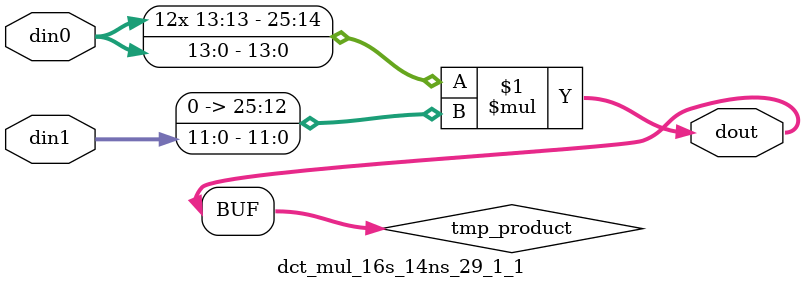
<source format=v>

`timescale 1 ns / 1 ps

 module dct_mul_16s_14ns_29_1_1(din0, din1, dout);
parameter ID = 1;
parameter NUM_STAGE = 0;
parameter din0_WIDTH = 14;
parameter din1_WIDTH = 12;
parameter dout_WIDTH = 26;

input [din0_WIDTH - 1 : 0] din0; 
input [din1_WIDTH - 1 : 0] din1; 
output [dout_WIDTH - 1 : 0] dout;

wire signed [dout_WIDTH - 1 : 0] tmp_product;


























assign tmp_product = $signed(din0) * $signed({1'b0, din1});









assign dout = tmp_product;





















endmodule

</source>
